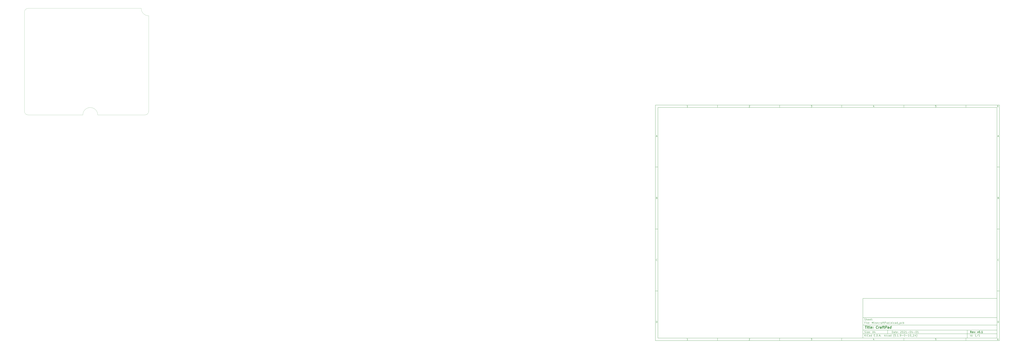
<source format=gbr>
%TF.GenerationSoftware,KiCad,Pcbnew,(5.1.9-0-10_14)*%
%TF.CreationDate,2021-04-02T00:26:10+08:00*%
%TF.ProjectId,MinecraftPad,4d696e65-6372-4616-9674-5061642e6b69,v0.1*%
%TF.SameCoordinates,Original*%
%TF.FileFunction,Profile,NP*%
%FSLAX46Y46*%
G04 Gerber Fmt 4.6, Leading zero omitted, Abs format (unit mm)*
G04 Created by KiCad (PCBNEW (5.1.9-0-10_14)) date 2021-04-02 00:26:10*
%MOMM*%
%LPD*%
G01*
G04 APERTURE LIST*
%ADD10C,0.100000*%
%ADD11C,0.150000*%
%ADD12C,0.300000*%
%ADD13C,0.400000*%
%TA.AperFunction,Profile*%
%ADD14C,0.050000*%
%TD*%
%TA.AperFunction,Profile*%
%ADD15C,0.100000*%
%TD*%
G04 APERTURE END LIST*
D10*
D11*
X177002200Y-166007200D02*
X177002200Y-198007200D01*
X285002200Y-198007200D01*
X285002200Y-166007200D01*
X177002200Y-166007200D01*
D10*
D11*
X10000000Y-10000000D02*
X10000000Y-200007200D01*
X287002200Y-200007200D01*
X287002200Y-10000000D01*
X10000000Y-10000000D01*
D10*
D11*
X12000000Y-12000000D02*
X12000000Y-198007200D01*
X285002200Y-198007200D01*
X285002200Y-12000000D01*
X12000000Y-12000000D01*
D10*
D11*
X60000000Y-12000000D02*
X60000000Y-10000000D01*
D10*
D11*
X110000000Y-12000000D02*
X110000000Y-10000000D01*
D10*
D11*
X160000000Y-12000000D02*
X160000000Y-10000000D01*
D10*
D11*
X210000000Y-12000000D02*
X210000000Y-10000000D01*
D10*
D11*
X260000000Y-12000000D02*
X260000000Y-10000000D01*
D10*
D11*
X36065476Y-11588095D02*
X35322619Y-11588095D01*
X35694047Y-11588095D02*
X35694047Y-10288095D01*
X35570238Y-10473809D01*
X35446428Y-10597619D01*
X35322619Y-10659523D01*
D10*
D11*
X85322619Y-10411904D02*
X85384523Y-10350000D01*
X85508333Y-10288095D01*
X85817857Y-10288095D01*
X85941666Y-10350000D01*
X86003571Y-10411904D01*
X86065476Y-10535714D01*
X86065476Y-10659523D01*
X86003571Y-10845238D01*
X85260714Y-11588095D01*
X86065476Y-11588095D01*
D10*
D11*
X135260714Y-10288095D02*
X136065476Y-10288095D01*
X135632142Y-10783333D01*
X135817857Y-10783333D01*
X135941666Y-10845238D01*
X136003571Y-10907142D01*
X136065476Y-11030952D01*
X136065476Y-11340476D01*
X136003571Y-11464285D01*
X135941666Y-11526190D01*
X135817857Y-11588095D01*
X135446428Y-11588095D01*
X135322619Y-11526190D01*
X135260714Y-11464285D01*
D10*
D11*
X185941666Y-10721428D02*
X185941666Y-11588095D01*
X185632142Y-10226190D02*
X185322619Y-11154761D01*
X186127380Y-11154761D01*
D10*
D11*
X236003571Y-10288095D02*
X235384523Y-10288095D01*
X235322619Y-10907142D01*
X235384523Y-10845238D01*
X235508333Y-10783333D01*
X235817857Y-10783333D01*
X235941666Y-10845238D01*
X236003571Y-10907142D01*
X236065476Y-11030952D01*
X236065476Y-11340476D01*
X236003571Y-11464285D01*
X235941666Y-11526190D01*
X235817857Y-11588095D01*
X235508333Y-11588095D01*
X235384523Y-11526190D01*
X235322619Y-11464285D01*
D10*
D11*
X285941666Y-10288095D02*
X285694047Y-10288095D01*
X285570238Y-10350000D01*
X285508333Y-10411904D01*
X285384523Y-10597619D01*
X285322619Y-10845238D01*
X285322619Y-11340476D01*
X285384523Y-11464285D01*
X285446428Y-11526190D01*
X285570238Y-11588095D01*
X285817857Y-11588095D01*
X285941666Y-11526190D01*
X286003571Y-11464285D01*
X286065476Y-11340476D01*
X286065476Y-11030952D01*
X286003571Y-10907142D01*
X285941666Y-10845238D01*
X285817857Y-10783333D01*
X285570238Y-10783333D01*
X285446428Y-10845238D01*
X285384523Y-10907142D01*
X285322619Y-11030952D01*
D10*
D11*
X60000000Y-198007200D02*
X60000000Y-200007200D01*
D10*
D11*
X110000000Y-198007200D02*
X110000000Y-200007200D01*
D10*
D11*
X160000000Y-198007200D02*
X160000000Y-200007200D01*
D10*
D11*
X210000000Y-198007200D02*
X210000000Y-200007200D01*
D10*
D11*
X260000000Y-198007200D02*
X260000000Y-200007200D01*
D10*
D11*
X36065476Y-199595295D02*
X35322619Y-199595295D01*
X35694047Y-199595295D02*
X35694047Y-198295295D01*
X35570238Y-198481009D01*
X35446428Y-198604819D01*
X35322619Y-198666723D01*
D10*
D11*
X85322619Y-198419104D02*
X85384523Y-198357200D01*
X85508333Y-198295295D01*
X85817857Y-198295295D01*
X85941666Y-198357200D01*
X86003571Y-198419104D01*
X86065476Y-198542914D01*
X86065476Y-198666723D01*
X86003571Y-198852438D01*
X85260714Y-199595295D01*
X86065476Y-199595295D01*
D10*
D11*
X135260714Y-198295295D02*
X136065476Y-198295295D01*
X135632142Y-198790533D01*
X135817857Y-198790533D01*
X135941666Y-198852438D01*
X136003571Y-198914342D01*
X136065476Y-199038152D01*
X136065476Y-199347676D01*
X136003571Y-199471485D01*
X135941666Y-199533390D01*
X135817857Y-199595295D01*
X135446428Y-199595295D01*
X135322619Y-199533390D01*
X135260714Y-199471485D01*
D10*
D11*
X185941666Y-198728628D02*
X185941666Y-199595295D01*
X185632142Y-198233390D02*
X185322619Y-199161961D01*
X186127380Y-199161961D01*
D10*
D11*
X236003571Y-198295295D02*
X235384523Y-198295295D01*
X235322619Y-198914342D01*
X235384523Y-198852438D01*
X235508333Y-198790533D01*
X235817857Y-198790533D01*
X235941666Y-198852438D01*
X236003571Y-198914342D01*
X236065476Y-199038152D01*
X236065476Y-199347676D01*
X236003571Y-199471485D01*
X235941666Y-199533390D01*
X235817857Y-199595295D01*
X235508333Y-199595295D01*
X235384523Y-199533390D01*
X235322619Y-199471485D01*
D10*
D11*
X285941666Y-198295295D02*
X285694047Y-198295295D01*
X285570238Y-198357200D01*
X285508333Y-198419104D01*
X285384523Y-198604819D01*
X285322619Y-198852438D01*
X285322619Y-199347676D01*
X285384523Y-199471485D01*
X285446428Y-199533390D01*
X285570238Y-199595295D01*
X285817857Y-199595295D01*
X285941666Y-199533390D01*
X286003571Y-199471485D01*
X286065476Y-199347676D01*
X286065476Y-199038152D01*
X286003571Y-198914342D01*
X285941666Y-198852438D01*
X285817857Y-198790533D01*
X285570238Y-198790533D01*
X285446428Y-198852438D01*
X285384523Y-198914342D01*
X285322619Y-199038152D01*
D10*
D11*
X10000000Y-60000000D02*
X12000000Y-60000000D01*
D10*
D11*
X10000000Y-110000000D02*
X12000000Y-110000000D01*
D10*
D11*
X10000000Y-160000000D02*
X12000000Y-160000000D01*
D10*
D11*
X10690476Y-35216666D02*
X11309523Y-35216666D01*
X10566666Y-35588095D02*
X11000000Y-34288095D01*
X11433333Y-35588095D01*
D10*
D11*
X11092857Y-84907142D02*
X11278571Y-84969047D01*
X11340476Y-85030952D01*
X11402380Y-85154761D01*
X11402380Y-85340476D01*
X11340476Y-85464285D01*
X11278571Y-85526190D01*
X11154761Y-85588095D01*
X10659523Y-85588095D01*
X10659523Y-84288095D01*
X11092857Y-84288095D01*
X11216666Y-84350000D01*
X11278571Y-84411904D01*
X11340476Y-84535714D01*
X11340476Y-84659523D01*
X11278571Y-84783333D01*
X11216666Y-84845238D01*
X11092857Y-84907142D01*
X10659523Y-84907142D01*
D10*
D11*
X11402380Y-135464285D02*
X11340476Y-135526190D01*
X11154761Y-135588095D01*
X11030952Y-135588095D01*
X10845238Y-135526190D01*
X10721428Y-135402380D01*
X10659523Y-135278571D01*
X10597619Y-135030952D01*
X10597619Y-134845238D01*
X10659523Y-134597619D01*
X10721428Y-134473809D01*
X10845238Y-134350000D01*
X11030952Y-134288095D01*
X11154761Y-134288095D01*
X11340476Y-134350000D01*
X11402380Y-134411904D01*
D10*
D11*
X10659523Y-185588095D02*
X10659523Y-184288095D01*
X10969047Y-184288095D01*
X11154761Y-184350000D01*
X11278571Y-184473809D01*
X11340476Y-184597619D01*
X11402380Y-184845238D01*
X11402380Y-185030952D01*
X11340476Y-185278571D01*
X11278571Y-185402380D01*
X11154761Y-185526190D01*
X10969047Y-185588095D01*
X10659523Y-185588095D01*
D10*
D11*
X287002200Y-60000000D02*
X285002200Y-60000000D01*
D10*
D11*
X287002200Y-110000000D02*
X285002200Y-110000000D01*
D10*
D11*
X287002200Y-160000000D02*
X285002200Y-160000000D01*
D10*
D11*
X285692676Y-35216666D02*
X286311723Y-35216666D01*
X285568866Y-35588095D02*
X286002200Y-34288095D01*
X286435533Y-35588095D01*
D10*
D11*
X286095057Y-84907142D02*
X286280771Y-84969047D01*
X286342676Y-85030952D01*
X286404580Y-85154761D01*
X286404580Y-85340476D01*
X286342676Y-85464285D01*
X286280771Y-85526190D01*
X286156961Y-85588095D01*
X285661723Y-85588095D01*
X285661723Y-84288095D01*
X286095057Y-84288095D01*
X286218866Y-84350000D01*
X286280771Y-84411904D01*
X286342676Y-84535714D01*
X286342676Y-84659523D01*
X286280771Y-84783333D01*
X286218866Y-84845238D01*
X286095057Y-84907142D01*
X285661723Y-84907142D01*
D10*
D11*
X286404580Y-135464285D02*
X286342676Y-135526190D01*
X286156961Y-135588095D01*
X286033152Y-135588095D01*
X285847438Y-135526190D01*
X285723628Y-135402380D01*
X285661723Y-135278571D01*
X285599819Y-135030952D01*
X285599819Y-134845238D01*
X285661723Y-134597619D01*
X285723628Y-134473809D01*
X285847438Y-134350000D01*
X286033152Y-134288095D01*
X286156961Y-134288095D01*
X286342676Y-134350000D01*
X286404580Y-134411904D01*
D10*
D11*
X285661723Y-185588095D02*
X285661723Y-184288095D01*
X285971247Y-184288095D01*
X286156961Y-184350000D01*
X286280771Y-184473809D01*
X286342676Y-184597619D01*
X286404580Y-184845238D01*
X286404580Y-185030952D01*
X286342676Y-185278571D01*
X286280771Y-185402380D01*
X286156961Y-185526190D01*
X285971247Y-185588095D01*
X285661723Y-185588095D01*
D10*
D11*
X200434342Y-193785771D02*
X200434342Y-192285771D01*
X200791485Y-192285771D01*
X201005771Y-192357200D01*
X201148628Y-192500057D01*
X201220057Y-192642914D01*
X201291485Y-192928628D01*
X201291485Y-193142914D01*
X201220057Y-193428628D01*
X201148628Y-193571485D01*
X201005771Y-193714342D01*
X200791485Y-193785771D01*
X200434342Y-193785771D01*
X202577200Y-193785771D02*
X202577200Y-193000057D01*
X202505771Y-192857200D01*
X202362914Y-192785771D01*
X202077200Y-192785771D01*
X201934342Y-192857200D01*
X202577200Y-193714342D02*
X202434342Y-193785771D01*
X202077200Y-193785771D01*
X201934342Y-193714342D01*
X201862914Y-193571485D01*
X201862914Y-193428628D01*
X201934342Y-193285771D01*
X202077200Y-193214342D01*
X202434342Y-193214342D01*
X202577200Y-193142914D01*
X203077200Y-192785771D02*
X203648628Y-192785771D01*
X203291485Y-192285771D02*
X203291485Y-193571485D01*
X203362914Y-193714342D01*
X203505771Y-193785771D01*
X203648628Y-193785771D01*
X204720057Y-193714342D02*
X204577200Y-193785771D01*
X204291485Y-193785771D01*
X204148628Y-193714342D01*
X204077200Y-193571485D01*
X204077200Y-193000057D01*
X204148628Y-192857200D01*
X204291485Y-192785771D01*
X204577200Y-192785771D01*
X204720057Y-192857200D01*
X204791485Y-193000057D01*
X204791485Y-193142914D01*
X204077200Y-193285771D01*
X205434342Y-193642914D02*
X205505771Y-193714342D01*
X205434342Y-193785771D01*
X205362914Y-193714342D01*
X205434342Y-193642914D01*
X205434342Y-193785771D01*
X205434342Y-192857200D02*
X205505771Y-192928628D01*
X205434342Y-193000057D01*
X205362914Y-192928628D01*
X205434342Y-192857200D01*
X205434342Y-193000057D01*
X207220057Y-192428628D02*
X207291485Y-192357200D01*
X207434342Y-192285771D01*
X207791485Y-192285771D01*
X207934342Y-192357200D01*
X208005771Y-192428628D01*
X208077200Y-192571485D01*
X208077200Y-192714342D01*
X208005771Y-192928628D01*
X207148628Y-193785771D01*
X208077200Y-193785771D01*
X209005771Y-192285771D02*
X209148628Y-192285771D01*
X209291485Y-192357200D01*
X209362914Y-192428628D01*
X209434342Y-192571485D01*
X209505771Y-192857200D01*
X209505771Y-193214342D01*
X209434342Y-193500057D01*
X209362914Y-193642914D01*
X209291485Y-193714342D01*
X209148628Y-193785771D01*
X209005771Y-193785771D01*
X208862914Y-193714342D01*
X208791485Y-193642914D01*
X208720057Y-193500057D01*
X208648628Y-193214342D01*
X208648628Y-192857200D01*
X208720057Y-192571485D01*
X208791485Y-192428628D01*
X208862914Y-192357200D01*
X209005771Y-192285771D01*
X210077200Y-192428628D02*
X210148628Y-192357200D01*
X210291485Y-192285771D01*
X210648628Y-192285771D01*
X210791485Y-192357200D01*
X210862914Y-192428628D01*
X210934342Y-192571485D01*
X210934342Y-192714342D01*
X210862914Y-192928628D01*
X210005771Y-193785771D01*
X210934342Y-193785771D01*
X212362914Y-193785771D02*
X211505771Y-193785771D01*
X211934342Y-193785771D02*
X211934342Y-192285771D01*
X211791485Y-192500057D01*
X211648628Y-192642914D01*
X211505771Y-192714342D01*
X213005771Y-193214342D02*
X214148628Y-193214342D01*
X215148628Y-192285771D02*
X215291485Y-192285771D01*
X215434342Y-192357200D01*
X215505771Y-192428628D01*
X215577200Y-192571485D01*
X215648628Y-192857200D01*
X215648628Y-193214342D01*
X215577200Y-193500057D01*
X215505771Y-193642914D01*
X215434342Y-193714342D01*
X215291485Y-193785771D01*
X215148628Y-193785771D01*
X215005771Y-193714342D01*
X214934342Y-193642914D01*
X214862914Y-193500057D01*
X214791485Y-193214342D01*
X214791485Y-192857200D01*
X214862914Y-192571485D01*
X214934342Y-192428628D01*
X215005771Y-192357200D01*
X215148628Y-192285771D01*
X216934342Y-192785771D02*
X216934342Y-193785771D01*
X216577200Y-192214342D02*
X216220057Y-193285771D01*
X217148628Y-193285771D01*
X217720057Y-193214342D02*
X218862914Y-193214342D01*
X219862914Y-192285771D02*
X220005771Y-192285771D01*
X220148628Y-192357200D01*
X220220057Y-192428628D01*
X220291485Y-192571485D01*
X220362914Y-192857200D01*
X220362914Y-193214342D01*
X220291485Y-193500057D01*
X220220057Y-193642914D01*
X220148628Y-193714342D01*
X220005771Y-193785771D01*
X219862914Y-193785771D01*
X219720057Y-193714342D01*
X219648628Y-193642914D01*
X219577200Y-193500057D01*
X219505771Y-193214342D01*
X219505771Y-192857200D01*
X219577200Y-192571485D01*
X219648628Y-192428628D01*
X219720057Y-192357200D01*
X219862914Y-192285771D01*
X221791485Y-193785771D02*
X220934342Y-193785771D01*
X221362914Y-193785771D02*
X221362914Y-192285771D01*
X221220057Y-192500057D01*
X221077200Y-192642914D01*
X220934342Y-192714342D01*
D10*
D11*
X177002200Y-194507200D02*
X285002200Y-194507200D01*
D10*
D11*
X178434342Y-196585771D02*
X178434342Y-195085771D01*
X179291485Y-196585771D02*
X178648628Y-195728628D01*
X179291485Y-195085771D02*
X178434342Y-195942914D01*
X179934342Y-196585771D02*
X179934342Y-195585771D01*
X179934342Y-195085771D02*
X179862914Y-195157200D01*
X179934342Y-195228628D01*
X180005771Y-195157200D01*
X179934342Y-195085771D01*
X179934342Y-195228628D01*
X181505771Y-196442914D02*
X181434342Y-196514342D01*
X181220057Y-196585771D01*
X181077200Y-196585771D01*
X180862914Y-196514342D01*
X180720057Y-196371485D01*
X180648628Y-196228628D01*
X180577200Y-195942914D01*
X180577200Y-195728628D01*
X180648628Y-195442914D01*
X180720057Y-195300057D01*
X180862914Y-195157200D01*
X181077200Y-195085771D01*
X181220057Y-195085771D01*
X181434342Y-195157200D01*
X181505771Y-195228628D01*
X182791485Y-196585771D02*
X182791485Y-195800057D01*
X182720057Y-195657200D01*
X182577200Y-195585771D01*
X182291485Y-195585771D01*
X182148628Y-195657200D01*
X182791485Y-196514342D02*
X182648628Y-196585771D01*
X182291485Y-196585771D01*
X182148628Y-196514342D01*
X182077200Y-196371485D01*
X182077200Y-196228628D01*
X182148628Y-196085771D01*
X182291485Y-196014342D01*
X182648628Y-196014342D01*
X182791485Y-195942914D01*
X184148628Y-196585771D02*
X184148628Y-195085771D01*
X184148628Y-196514342D02*
X184005771Y-196585771D01*
X183720057Y-196585771D01*
X183577200Y-196514342D01*
X183505771Y-196442914D01*
X183434342Y-196300057D01*
X183434342Y-195871485D01*
X183505771Y-195728628D01*
X183577200Y-195657200D01*
X183720057Y-195585771D01*
X184005771Y-195585771D01*
X184148628Y-195657200D01*
X186005771Y-195800057D02*
X186505771Y-195800057D01*
X186720057Y-196585771D02*
X186005771Y-196585771D01*
X186005771Y-195085771D01*
X186720057Y-195085771D01*
X187362914Y-196442914D02*
X187434342Y-196514342D01*
X187362914Y-196585771D01*
X187291485Y-196514342D01*
X187362914Y-196442914D01*
X187362914Y-196585771D01*
X188077200Y-196585771D02*
X188077200Y-195085771D01*
X188434342Y-195085771D01*
X188648628Y-195157200D01*
X188791485Y-195300057D01*
X188862914Y-195442914D01*
X188934342Y-195728628D01*
X188934342Y-195942914D01*
X188862914Y-196228628D01*
X188791485Y-196371485D01*
X188648628Y-196514342D01*
X188434342Y-196585771D01*
X188077200Y-196585771D01*
X189577200Y-196442914D02*
X189648628Y-196514342D01*
X189577200Y-196585771D01*
X189505771Y-196514342D01*
X189577200Y-196442914D01*
X189577200Y-196585771D01*
X190220057Y-196157200D02*
X190934342Y-196157200D01*
X190077200Y-196585771D02*
X190577200Y-195085771D01*
X191077200Y-196585771D01*
X191577200Y-196442914D02*
X191648628Y-196514342D01*
X191577200Y-196585771D01*
X191505771Y-196514342D01*
X191577200Y-196442914D01*
X191577200Y-196585771D01*
X194577200Y-196585771D02*
X194577200Y-195085771D01*
X194720057Y-196014342D02*
X195148628Y-196585771D01*
X195148628Y-195585771D02*
X194577200Y-196157200D01*
X195791485Y-196585771D02*
X195791485Y-195585771D01*
X195791485Y-195085771D02*
X195720057Y-195157200D01*
X195791485Y-195228628D01*
X195862914Y-195157200D01*
X195791485Y-195085771D01*
X195791485Y-195228628D01*
X197148628Y-196514342D02*
X197005771Y-196585771D01*
X196720057Y-196585771D01*
X196577200Y-196514342D01*
X196505771Y-196442914D01*
X196434342Y-196300057D01*
X196434342Y-195871485D01*
X196505771Y-195728628D01*
X196577200Y-195657200D01*
X196720057Y-195585771D01*
X197005771Y-195585771D01*
X197148628Y-195657200D01*
X198434342Y-196585771D02*
X198434342Y-195800057D01*
X198362914Y-195657200D01*
X198220057Y-195585771D01*
X197934342Y-195585771D01*
X197791485Y-195657200D01*
X198434342Y-196514342D02*
X198291485Y-196585771D01*
X197934342Y-196585771D01*
X197791485Y-196514342D01*
X197720057Y-196371485D01*
X197720057Y-196228628D01*
X197791485Y-196085771D01*
X197934342Y-196014342D01*
X198291485Y-196014342D01*
X198434342Y-195942914D01*
X199791485Y-196585771D02*
X199791485Y-195085771D01*
X199791485Y-196514342D02*
X199648628Y-196585771D01*
X199362914Y-196585771D01*
X199220057Y-196514342D01*
X199148628Y-196442914D01*
X199077200Y-196300057D01*
X199077200Y-195871485D01*
X199148628Y-195728628D01*
X199220057Y-195657200D01*
X199362914Y-195585771D01*
X199648628Y-195585771D01*
X199791485Y-195657200D01*
X202077200Y-197157200D02*
X202005771Y-197085771D01*
X201862914Y-196871485D01*
X201791485Y-196728628D01*
X201720057Y-196514342D01*
X201648628Y-196157200D01*
X201648628Y-195871485D01*
X201720057Y-195514342D01*
X201791485Y-195300057D01*
X201862914Y-195157200D01*
X202005771Y-194942914D01*
X202077200Y-194871485D01*
X203362914Y-195085771D02*
X202648628Y-195085771D01*
X202577200Y-195800057D01*
X202648628Y-195728628D01*
X202791485Y-195657200D01*
X203148628Y-195657200D01*
X203291485Y-195728628D01*
X203362914Y-195800057D01*
X203434342Y-195942914D01*
X203434342Y-196300057D01*
X203362914Y-196442914D01*
X203291485Y-196514342D01*
X203148628Y-196585771D01*
X202791485Y-196585771D01*
X202648628Y-196514342D01*
X202577200Y-196442914D01*
X204077200Y-196442914D02*
X204148628Y-196514342D01*
X204077200Y-196585771D01*
X204005771Y-196514342D01*
X204077200Y-196442914D01*
X204077200Y-196585771D01*
X205577200Y-196585771D02*
X204720057Y-196585771D01*
X205148628Y-196585771D02*
X205148628Y-195085771D01*
X205005771Y-195300057D01*
X204862914Y-195442914D01*
X204720057Y-195514342D01*
X206220057Y-196442914D02*
X206291485Y-196514342D01*
X206220057Y-196585771D01*
X206148628Y-196514342D01*
X206220057Y-196442914D01*
X206220057Y-196585771D01*
X207005771Y-196585771D02*
X207291485Y-196585771D01*
X207434342Y-196514342D01*
X207505771Y-196442914D01*
X207648628Y-196228628D01*
X207720057Y-195942914D01*
X207720057Y-195371485D01*
X207648628Y-195228628D01*
X207577200Y-195157200D01*
X207434342Y-195085771D01*
X207148628Y-195085771D01*
X207005771Y-195157200D01*
X206934342Y-195228628D01*
X206862914Y-195371485D01*
X206862914Y-195728628D01*
X206934342Y-195871485D01*
X207005771Y-195942914D01*
X207148628Y-196014342D01*
X207434342Y-196014342D01*
X207577200Y-195942914D01*
X207648628Y-195871485D01*
X207720057Y-195728628D01*
X208362914Y-196014342D02*
X209505771Y-196014342D01*
X210505771Y-195085771D02*
X210648628Y-195085771D01*
X210791485Y-195157200D01*
X210862914Y-195228628D01*
X210934342Y-195371485D01*
X211005771Y-195657200D01*
X211005771Y-196014342D01*
X210934342Y-196300057D01*
X210862914Y-196442914D01*
X210791485Y-196514342D01*
X210648628Y-196585771D01*
X210505771Y-196585771D01*
X210362914Y-196514342D01*
X210291485Y-196442914D01*
X210220057Y-196300057D01*
X210148628Y-196014342D01*
X210148628Y-195657200D01*
X210220057Y-195371485D01*
X210291485Y-195228628D01*
X210362914Y-195157200D01*
X210505771Y-195085771D01*
X211648628Y-196014342D02*
X212791485Y-196014342D01*
X214291485Y-196585771D02*
X213434342Y-196585771D01*
X213862914Y-196585771D02*
X213862914Y-195085771D01*
X213720057Y-195300057D01*
X213577200Y-195442914D01*
X213434342Y-195514342D01*
X215220057Y-195085771D02*
X215362914Y-195085771D01*
X215505771Y-195157200D01*
X215577200Y-195228628D01*
X215648628Y-195371485D01*
X215720057Y-195657200D01*
X215720057Y-196014342D01*
X215648628Y-196300057D01*
X215577200Y-196442914D01*
X215505771Y-196514342D01*
X215362914Y-196585771D01*
X215220057Y-196585771D01*
X215077200Y-196514342D01*
X215005771Y-196442914D01*
X214934342Y-196300057D01*
X214862914Y-196014342D01*
X214862914Y-195657200D01*
X214934342Y-195371485D01*
X215005771Y-195228628D01*
X215077200Y-195157200D01*
X215220057Y-195085771D01*
X216005771Y-196728628D02*
X217148628Y-196728628D01*
X218291485Y-196585771D02*
X217434342Y-196585771D01*
X217862914Y-196585771D02*
X217862914Y-195085771D01*
X217720057Y-195300057D01*
X217577200Y-195442914D01*
X217434342Y-195514342D01*
X219577200Y-195585771D02*
X219577200Y-196585771D01*
X219220057Y-195014342D02*
X218862914Y-196085771D01*
X219791485Y-196085771D01*
X220220057Y-197157200D02*
X220291485Y-197085771D01*
X220434342Y-196871485D01*
X220505771Y-196728628D01*
X220577200Y-196514342D01*
X220648628Y-196157200D01*
X220648628Y-195871485D01*
X220577200Y-195514342D01*
X220505771Y-195300057D01*
X220434342Y-195157200D01*
X220291485Y-194942914D01*
X220220057Y-194871485D01*
D10*
D11*
X177002200Y-191507200D02*
X285002200Y-191507200D01*
D10*
D12*
X264411485Y-193785771D02*
X263911485Y-193071485D01*
X263554342Y-193785771D02*
X263554342Y-192285771D01*
X264125771Y-192285771D01*
X264268628Y-192357200D01*
X264340057Y-192428628D01*
X264411485Y-192571485D01*
X264411485Y-192785771D01*
X264340057Y-192928628D01*
X264268628Y-193000057D01*
X264125771Y-193071485D01*
X263554342Y-193071485D01*
X265625771Y-193714342D02*
X265482914Y-193785771D01*
X265197200Y-193785771D01*
X265054342Y-193714342D01*
X264982914Y-193571485D01*
X264982914Y-193000057D01*
X265054342Y-192857200D01*
X265197200Y-192785771D01*
X265482914Y-192785771D01*
X265625771Y-192857200D01*
X265697200Y-193000057D01*
X265697200Y-193142914D01*
X264982914Y-193285771D01*
X266197200Y-192785771D02*
X266554342Y-193785771D01*
X266911485Y-192785771D01*
X267482914Y-193642914D02*
X267554342Y-193714342D01*
X267482914Y-193785771D01*
X267411485Y-193714342D01*
X267482914Y-193642914D01*
X267482914Y-193785771D01*
X267482914Y-192857200D02*
X267554342Y-192928628D01*
X267482914Y-193000057D01*
X267411485Y-192928628D01*
X267482914Y-192857200D01*
X267482914Y-193000057D01*
X269197200Y-192785771D02*
X269554342Y-193785771D01*
X269911485Y-192785771D01*
X270768628Y-192285771D02*
X270911485Y-192285771D01*
X271054342Y-192357200D01*
X271125771Y-192428628D01*
X271197200Y-192571485D01*
X271268628Y-192857200D01*
X271268628Y-193214342D01*
X271197200Y-193500057D01*
X271125771Y-193642914D01*
X271054342Y-193714342D01*
X270911485Y-193785771D01*
X270768628Y-193785771D01*
X270625771Y-193714342D01*
X270554342Y-193642914D01*
X270482914Y-193500057D01*
X270411485Y-193214342D01*
X270411485Y-192857200D01*
X270482914Y-192571485D01*
X270554342Y-192428628D01*
X270625771Y-192357200D01*
X270768628Y-192285771D01*
X271911485Y-193642914D02*
X271982914Y-193714342D01*
X271911485Y-193785771D01*
X271840057Y-193714342D01*
X271911485Y-193642914D01*
X271911485Y-193785771D01*
X273411485Y-193785771D02*
X272554342Y-193785771D01*
X272982914Y-193785771D02*
X272982914Y-192285771D01*
X272840057Y-192500057D01*
X272697200Y-192642914D01*
X272554342Y-192714342D01*
D10*
D11*
X178362914Y-193714342D02*
X178577200Y-193785771D01*
X178934342Y-193785771D01*
X179077200Y-193714342D01*
X179148628Y-193642914D01*
X179220057Y-193500057D01*
X179220057Y-193357200D01*
X179148628Y-193214342D01*
X179077200Y-193142914D01*
X178934342Y-193071485D01*
X178648628Y-193000057D01*
X178505771Y-192928628D01*
X178434342Y-192857200D01*
X178362914Y-192714342D01*
X178362914Y-192571485D01*
X178434342Y-192428628D01*
X178505771Y-192357200D01*
X178648628Y-192285771D01*
X179005771Y-192285771D01*
X179220057Y-192357200D01*
X179862914Y-193785771D02*
X179862914Y-192785771D01*
X179862914Y-192285771D02*
X179791485Y-192357200D01*
X179862914Y-192428628D01*
X179934342Y-192357200D01*
X179862914Y-192285771D01*
X179862914Y-192428628D01*
X180434342Y-192785771D02*
X181220057Y-192785771D01*
X180434342Y-193785771D01*
X181220057Y-193785771D01*
X182362914Y-193714342D02*
X182220057Y-193785771D01*
X181934342Y-193785771D01*
X181791485Y-193714342D01*
X181720057Y-193571485D01*
X181720057Y-193000057D01*
X181791485Y-192857200D01*
X181934342Y-192785771D01*
X182220057Y-192785771D01*
X182362914Y-192857200D01*
X182434342Y-193000057D01*
X182434342Y-193142914D01*
X181720057Y-193285771D01*
X183077200Y-193642914D02*
X183148628Y-193714342D01*
X183077200Y-193785771D01*
X183005771Y-193714342D01*
X183077200Y-193642914D01*
X183077200Y-193785771D01*
X183077200Y-192857200D02*
X183148628Y-192928628D01*
X183077200Y-193000057D01*
X183005771Y-192928628D01*
X183077200Y-192857200D01*
X183077200Y-193000057D01*
X184862914Y-193357200D02*
X185577200Y-193357200D01*
X184720057Y-193785771D02*
X185220057Y-192285771D01*
X185720057Y-193785771D01*
X186862914Y-192785771D02*
X186862914Y-193785771D01*
X186505771Y-192214342D02*
X186148628Y-193285771D01*
X187077200Y-193285771D01*
D10*
D11*
X263434342Y-196585771D02*
X263434342Y-195085771D01*
X264791485Y-196585771D02*
X264791485Y-195085771D01*
X264791485Y-196514342D02*
X264648628Y-196585771D01*
X264362914Y-196585771D01*
X264220057Y-196514342D01*
X264148628Y-196442914D01*
X264077200Y-196300057D01*
X264077200Y-195871485D01*
X264148628Y-195728628D01*
X264220057Y-195657200D01*
X264362914Y-195585771D01*
X264648628Y-195585771D01*
X264791485Y-195657200D01*
X265505771Y-196442914D02*
X265577200Y-196514342D01*
X265505771Y-196585771D01*
X265434342Y-196514342D01*
X265505771Y-196442914D01*
X265505771Y-196585771D01*
X265505771Y-195657200D02*
X265577200Y-195728628D01*
X265505771Y-195800057D01*
X265434342Y-195728628D01*
X265505771Y-195657200D01*
X265505771Y-195800057D01*
X268148628Y-196585771D02*
X267291485Y-196585771D01*
X267720057Y-196585771D02*
X267720057Y-195085771D01*
X267577200Y-195300057D01*
X267434342Y-195442914D01*
X267291485Y-195514342D01*
X269862914Y-195014342D02*
X268577200Y-196942914D01*
X271148628Y-196585771D02*
X270291485Y-196585771D01*
X270720057Y-196585771D02*
X270720057Y-195085771D01*
X270577200Y-195300057D01*
X270434342Y-195442914D01*
X270291485Y-195514342D01*
D10*
D11*
X177002200Y-187507200D02*
X285002200Y-187507200D01*
D10*
D13*
X178714580Y-188211961D02*
X179857438Y-188211961D01*
X179036009Y-190211961D02*
X179286009Y-188211961D01*
X180274104Y-190211961D02*
X180440771Y-188878628D01*
X180524104Y-188211961D02*
X180416961Y-188307200D01*
X180500295Y-188402438D01*
X180607438Y-188307200D01*
X180524104Y-188211961D01*
X180500295Y-188402438D01*
X181107438Y-188878628D02*
X181869342Y-188878628D01*
X181476485Y-188211961D02*
X181262200Y-189926247D01*
X181333628Y-190116723D01*
X181512200Y-190211961D01*
X181702676Y-190211961D01*
X182655057Y-190211961D02*
X182476485Y-190116723D01*
X182405057Y-189926247D01*
X182619342Y-188211961D01*
X184190771Y-190116723D02*
X183988390Y-190211961D01*
X183607438Y-190211961D01*
X183428866Y-190116723D01*
X183357438Y-189926247D01*
X183452676Y-189164342D01*
X183571723Y-188973866D01*
X183774104Y-188878628D01*
X184155057Y-188878628D01*
X184333628Y-188973866D01*
X184405057Y-189164342D01*
X184381247Y-189354819D01*
X183405057Y-189545295D01*
X185155057Y-190021485D02*
X185238390Y-190116723D01*
X185131247Y-190211961D01*
X185047914Y-190116723D01*
X185155057Y-190021485D01*
X185131247Y-190211961D01*
X185286009Y-188973866D02*
X185369342Y-189069104D01*
X185262200Y-189164342D01*
X185178866Y-189069104D01*
X185286009Y-188973866D01*
X185262200Y-189164342D01*
X188774104Y-190021485D02*
X188666961Y-190116723D01*
X188369342Y-190211961D01*
X188178866Y-190211961D01*
X187905057Y-190116723D01*
X187738390Y-189926247D01*
X187666961Y-189735771D01*
X187619342Y-189354819D01*
X187655057Y-189069104D01*
X187797914Y-188688152D01*
X187916961Y-188497676D01*
X188131247Y-188307200D01*
X188428866Y-188211961D01*
X188619342Y-188211961D01*
X188893152Y-188307200D01*
X188976485Y-188402438D01*
X189607438Y-190211961D02*
X189774104Y-188878628D01*
X189726485Y-189259580D02*
X189845533Y-189069104D01*
X189952676Y-188973866D01*
X190155057Y-188878628D01*
X190345533Y-188878628D01*
X191702676Y-190211961D02*
X191833628Y-189164342D01*
X191762200Y-188973866D01*
X191583628Y-188878628D01*
X191202676Y-188878628D01*
X191000295Y-188973866D01*
X191714580Y-190116723D02*
X191512200Y-190211961D01*
X191036009Y-190211961D01*
X190857438Y-190116723D01*
X190786009Y-189926247D01*
X190809819Y-189735771D01*
X190928866Y-189545295D01*
X191131247Y-189450057D01*
X191607438Y-189450057D01*
X191809819Y-189354819D01*
X192536009Y-188878628D02*
X193297914Y-188878628D01*
X192655057Y-190211961D02*
X192869342Y-188497676D01*
X192988390Y-188307200D01*
X193190771Y-188211961D01*
X193381247Y-188211961D01*
X193678866Y-188878628D02*
X194440771Y-188878628D01*
X194047914Y-188211961D02*
X193833628Y-189926247D01*
X193905057Y-190116723D01*
X194083628Y-190211961D01*
X194274104Y-190211961D01*
X194940771Y-190211961D02*
X195190771Y-188211961D01*
X195952676Y-188211961D01*
X196131247Y-188307200D01*
X196214580Y-188402438D01*
X196286009Y-188592914D01*
X196250295Y-188878628D01*
X196131247Y-189069104D01*
X196024104Y-189164342D01*
X195821723Y-189259580D01*
X195059819Y-189259580D01*
X197797914Y-190211961D02*
X197928866Y-189164342D01*
X197857438Y-188973866D01*
X197678866Y-188878628D01*
X197297914Y-188878628D01*
X197095533Y-188973866D01*
X197809819Y-190116723D02*
X197607438Y-190211961D01*
X197131247Y-190211961D01*
X196952676Y-190116723D01*
X196881247Y-189926247D01*
X196905057Y-189735771D01*
X197024104Y-189545295D01*
X197226485Y-189450057D01*
X197702676Y-189450057D01*
X197905057Y-189354819D01*
X199607438Y-190211961D02*
X199857438Y-188211961D01*
X199619342Y-190116723D02*
X199416961Y-190211961D01*
X199036009Y-190211961D01*
X198857438Y-190116723D01*
X198774104Y-190021485D01*
X198702676Y-189831009D01*
X198774104Y-189259580D01*
X198893152Y-189069104D01*
X199000295Y-188973866D01*
X199202676Y-188878628D01*
X199583628Y-188878628D01*
X199762200Y-188973866D01*
D10*
D11*
X178934342Y-185600057D02*
X178434342Y-185600057D01*
X178434342Y-186385771D02*
X178434342Y-184885771D01*
X179148628Y-184885771D01*
X179720057Y-186385771D02*
X179720057Y-185385771D01*
X179720057Y-184885771D02*
X179648628Y-184957200D01*
X179720057Y-185028628D01*
X179791485Y-184957200D01*
X179720057Y-184885771D01*
X179720057Y-185028628D01*
X180648628Y-186385771D02*
X180505771Y-186314342D01*
X180434342Y-186171485D01*
X180434342Y-184885771D01*
X181791485Y-186314342D02*
X181648628Y-186385771D01*
X181362914Y-186385771D01*
X181220057Y-186314342D01*
X181148628Y-186171485D01*
X181148628Y-185600057D01*
X181220057Y-185457200D01*
X181362914Y-185385771D01*
X181648628Y-185385771D01*
X181791485Y-185457200D01*
X181862914Y-185600057D01*
X181862914Y-185742914D01*
X181148628Y-185885771D01*
X182505771Y-186242914D02*
X182577200Y-186314342D01*
X182505771Y-186385771D01*
X182434342Y-186314342D01*
X182505771Y-186242914D01*
X182505771Y-186385771D01*
X182505771Y-185457200D02*
X182577200Y-185528628D01*
X182505771Y-185600057D01*
X182434342Y-185528628D01*
X182505771Y-185457200D01*
X182505771Y-185600057D01*
X184362914Y-186385771D02*
X184362914Y-184885771D01*
X184862914Y-185957200D01*
X185362914Y-184885771D01*
X185362914Y-186385771D01*
X186077200Y-186385771D02*
X186077200Y-185385771D01*
X186077200Y-184885771D02*
X186005771Y-184957200D01*
X186077200Y-185028628D01*
X186148628Y-184957200D01*
X186077200Y-184885771D01*
X186077200Y-185028628D01*
X186791485Y-185385771D02*
X186791485Y-186385771D01*
X186791485Y-185528628D02*
X186862914Y-185457200D01*
X187005771Y-185385771D01*
X187220057Y-185385771D01*
X187362914Y-185457200D01*
X187434342Y-185600057D01*
X187434342Y-186385771D01*
X188720057Y-186314342D02*
X188577200Y-186385771D01*
X188291485Y-186385771D01*
X188148628Y-186314342D01*
X188077200Y-186171485D01*
X188077200Y-185600057D01*
X188148628Y-185457200D01*
X188291485Y-185385771D01*
X188577200Y-185385771D01*
X188720057Y-185457200D01*
X188791485Y-185600057D01*
X188791485Y-185742914D01*
X188077200Y-185885771D01*
X190077200Y-186314342D02*
X189934342Y-186385771D01*
X189648628Y-186385771D01*
X189505771Y-186314342D01*
X189434342Y-186242914D01*
X189362914Y-186100057D01*
X189362914Y-185671485D01*
X189434342Y-185528628D01*
X189505771Y-185457200D01*
X189648628Y-185385771D01*
X189934342Y-185385771D01*
X190077200Y-185457200D01*
X190720057Y-186385771D02*
X190720057Y-185385771D01*
X190720057Y-185671485D02*
X190791485Y-185528628D01*
X190862914Y-185457200D01*
X191005771Y-185385771D01*
X191148628Y-185385771D01*
X192291485Y-186385771D02*
X192291485Y-185600057D01*
X192220057Y-185457200D01*
X192077200Y-185385771D01*
X191791485Y-185385771D01*
X191648628Y-185457200D01*
X192291485Y-186314342D02*
X192148628Y-186385771D01*
X191791485Y-186385771D01*
X191648628Y-186314342D01*
X191577200Y-186171485D01*
X191577200Y-186028628D01*
X191648628Y-185885771D01*
X191791485Y-185814342D01*
X192148628Y-185814342D01*
X192291485Y-185742914D01*
X192791485Y-185385771D02*
X193362914Y-185385771D01*
X193005771Y-186385771D02*
X193005771Y-185100057D01*
X193077200Y-184957200D01*
X193220057Y-184885771D01*
X193362914Y-184885771D01*
X193648628Y-185385771D02*
X194220057Y-185385771D01*
X193862914Y-184885771D02*
X193862914Y-186171485D01*
X193934342Y-186314342D01*
X194077200Y-186385771D01*
X194220057Y-186385771D01*
X194720057Y-186385771D02*
X194720057Y-184885771D01*
X195291485Y-184885771D01*
X195434342Y-184957200D01*
X195505771Y-185028628D01*
X195577200Y-185171485D01*
X195577200Y-185385771D01*
X195505771Y-185528628D01*
X195434342Y-185600057D01*
X195291485Y-185671485D01*
X194720057Y-185671485D01*
X196862914Y-186385771D02*
X196862914Y-185600057D01*
X196791485Y-185457200D01*
X196648628Y-185385771D01*
X196362914Y-185385771D01*
X196220057Y-185457200D01*
X196862914Y-186314342D02*
X196720057Y-186385771D01*
X196362914Y-186385771D01*
X196220057Y-186314342D01*
X196148628Y-186171485D01*
X196148628Y-186028628D01*
X196220057Y-185885771D01*
X196362914Y-185814342D01*
X196720057Y-185814342D01*
X196862914Y-185742914D01*
X198220057Y-186385771D02*
X198220057Y-184885771D01*
X198220057Y-186314342D02*
X198077200Y-186385771D01*
X197791485Y-186385771D01*
X197648628Y-186314342D01*
X197577200Y-186242914D01*
X197505771Y-186100057D01*
X197505771Y-185671485D01*
X197577200Y-185528628D01*
X197648628Y-185457200D01*
X197791485Y-185385771D01*
X198077200Y-185385771D01*
X198220057Y-185457200D01*
X198934342Y-186242914D02*
X199005771Y-186314342D01*
X198934342Y-186385771D01*
X198862914Y-186314342D01*
X198934342Y-186242914D01*
X198934342Y-186385771D01*
X199648628Y-186385771D02*
X199648628Y-184885771D01*
X199791485Y-185814342D02*
X200220057Y-186385771D01*
X200220057Y-185385771D02*
X199648628Y-185957200D01*
X200862914Y-186385771D02*
X200862914Y-185385771D01*
X200862914Y-184885771D02*
X200791485Y-184957200D01*
X200862914Y-185028628D01*
X200934342Y-184957200D01*
X200862914Y-184885771D01*
X200862914Y-185028628D01*
X202220057Y-186314342D02*
X202077200Y-186385771D01*
X201791485Y-186385771D01*
X201648628Y-186314342D01*
X201577200Y-186242914D01*
X201505771Y-186100057D01*
X201505771Y-185671485D01*
X201577200Y-185528628D01*
X201648628Y-185457200D01*
X201791485Y-185385771D01*
X202077200Y-185385771D01*
X202220057Y-185457200D01*
X203505771Y-186385771D02*
X203505771Y-185600057D01*
X203434342Y-185457200D01*
X203291485Y-185385771D01*
X203005771Y-185385771D01*
X202862914Y-185457200D01*
X203505771Y-186314342D02*
X203362914Y-186385771D01*
X203005771Y-186385771D01*
X202862914Y-186314342D01*
X202791485Y-186171485D01*
X202791485Y-186028628D01*
X202862914Y-185885771D01*
X203005771Y-185814342D01*
X203362914Y-185814342D01*
X203505771Y-185742914D01*
X204862914Y-186385771D02*
X204862914Y-184885771D01*
X204862914Y-186314342D02*
X204720057Y-186385771D01*
X204434342Y-186385771D01*
X204291485Y-186314342D01*
X204220057Y-186242914D01*
X204148628Y-186100057D01*
X204148628Y-185671485D01*
X204220057Y-185528628D01*
X204291485Y-185457200D01*
X204434342Y-185385771D01*
X204720057Y-185385771D01*
X204862914Y-185457200D01*
X205220057Y-186528628D02*
X206362914Y-186528628D01*
X206720057Y-185385771D02*
X206720057Y-186885771D01*
X206720057Y-185457200D02*
X206862914Y-185385771D01*
X207148628Y-185385771D01*
X207291485Y-185457200D01*
X207362914Y-185528628D01*
X207434342Y-185671485D01*
X207434342Y-186100057D01*
X207362914Y-186242914D01*
X207291485Y-186314342D01*
X207148628Y-186385771D01*
X206862914Y-186385771D01*
X206720057Y-186314342D01*
X208720057Y-186314342D02*
X208577200Y-186385771D01*
X208291485Y-186385771D01*
X208148628Y-186314342D01*
X208077200Y-186242914D01*
X208005771Y-186100057D01*
X208005771Y-185671485D01*
X208077200Y-185528628D01*
X208148628Y-185457200D01*
X208291485Y-185385771D01*
X208577200Y-185385771D01*
X208720057Y-185457200D01*
X209362914Y-186385771D02*
X209362914Y-184885771D01*
X209362914Y-185457200D02*
X209505771Y-185385771D01*
X209791485Y-185385771D01*
X209934342Y-185457200D01*
X210005771Y-185528628D01*
X210077200Y-185671485D01*
X210077200Y-186100057D01*
X210005771Y-186242914D01*
X209934342Y-186314342D01*
X209791485Y-186385771D01*
X209505771Y-186385771D01*
X209362914Y-186314342D01*
D10*
D11*
X177002200Y-181507200D02*
X285002200Y-181507200D01*
D10*
D11*
X178362914Y-183614342D02*
X178577200Y-183685771D01*
X178934342Y-183685771D01*
X179077200Y-183614342D01*
X179148628Y-183542914D01*
X179220057Y-183400057D01*
X179220057Y-183257200D01*
X179148628Y-183114342D01*
X179077200Y-183042914D01*
X178934342Y-182971485D01*
X178648628Y-182900057D01*
X178505771Y-182828628D01*
X178434342Y-182757200D01*
X178362914Y-182614342D01*
X178362914Y-182471485D01*
X178434342Y-182328628D01*
X178505771Y-182257200D01*
X178648628Y-182185771D01*
X179005771Y-182185771D01*
X179220057Y-182257200D01*
X179862914Y-183685771D02*
X179862914Y-182185771D01*
X180505771Y-183685771D02*
X180505771Y-182900057D01*
X180434342Y-182757200D01*
X180291485Y-182685771D01*
X180077200Y-182685771D01*
X179934342Y-182757200D01*
X179862914Y-182828628D01*
X181791485Y-183614342D02*
X181648628Y-183685771D01*
X181362914Y-183685771D01*
X181220057Y-183614342D01*
X181148628Y-183471485D01*
X181148628Y-182900057D01*
X181220057Y-182757200D01*
X181362914Y-182685771D01*
X181648628Y-182685771D01*
X181791485Y-182757200D01*
X181862914Y-182900057D01*
X181862914Y-183042914D01*
X181148628Y-183185771D01*
X183077200Y-183614342D02*
X182934342Y-183685771D01*
X182648628Y-183685771D01*
X182505771Y-183614342D01*
X182434342Y-183471485D01*
X182434342Y-182900057D01*
X182505771Y-182757200D01*
X182648628Y-182685771D01*
X182934342Y-182685771D01*
X183077200Y-182757200D01*
X183148628Y-182900057D01*
X183148628Y-183042914D01*
X182434342Y-183185771D01*
X183577200Y-182685771D02*
X184148628Y-182685771D01*
X183791485Y-182185771D02*
X183791485Y-183471485D01*
X183862914Y-183614342D01*
X184005771Y-183685771D01*
X184148628Y-183685771D01*
X184648628Y-183542914D02*
X184720057Y-183614342D01*
X184648628Y-183685771D01*
X184577200Y-183614342D01*
X184648628Y-183542914D01*
X184648628Y-183685771D01*
X184648628Y-182757200D02*
X184720057Y-182828628D01*
X184648628Y-182900057D01*
X184577200Y-182828628D01*
X184648628Y-182757200D01*
X184648628Y-182900057D01*
D10*
D11*
X197002200Y-191507200D02*
X197002200Y-194507200D01*
D10*
D11*
X261002200Y-191507200D02*
X261002200Y-198007200D01*
D14*
X-451000000Y-18000000D02*
G75*
G02*
X-439000000Y-18000000I6000000J0D01*
G01*
X-398000000Y62000000D02*
G75*
G02*
X-404000000Y68000000I0J6000000D01*
G01*
X-451000000Y-18000000D02*
X-495000000Y-18000000D01*
X-439000000Y-18000000D02*
X-401000000Y-18000000D01*
D15*
X-498000000Y65000000D02*
G75*
G02*
X-495000000Y68000000I3000000J0D01*
G01*
X-495000000Y-18000000D02*
G75*
G02*
X-498000000Y-15000000I0J3000000D01*
G01*
X-398000000Y-15000000D02*
G75*
G02*
X-401000000Y-18000000I-3000000J0D01*
G01*
X-495000000Y68000000D02*
X-404000000Y68000000D01*
X-498000000Y-15000000D02*
X-498000000Y65000000D01*
X-398000000Y62000000D02*
X-398000000Y-15000000D01*
M02*

</source>
